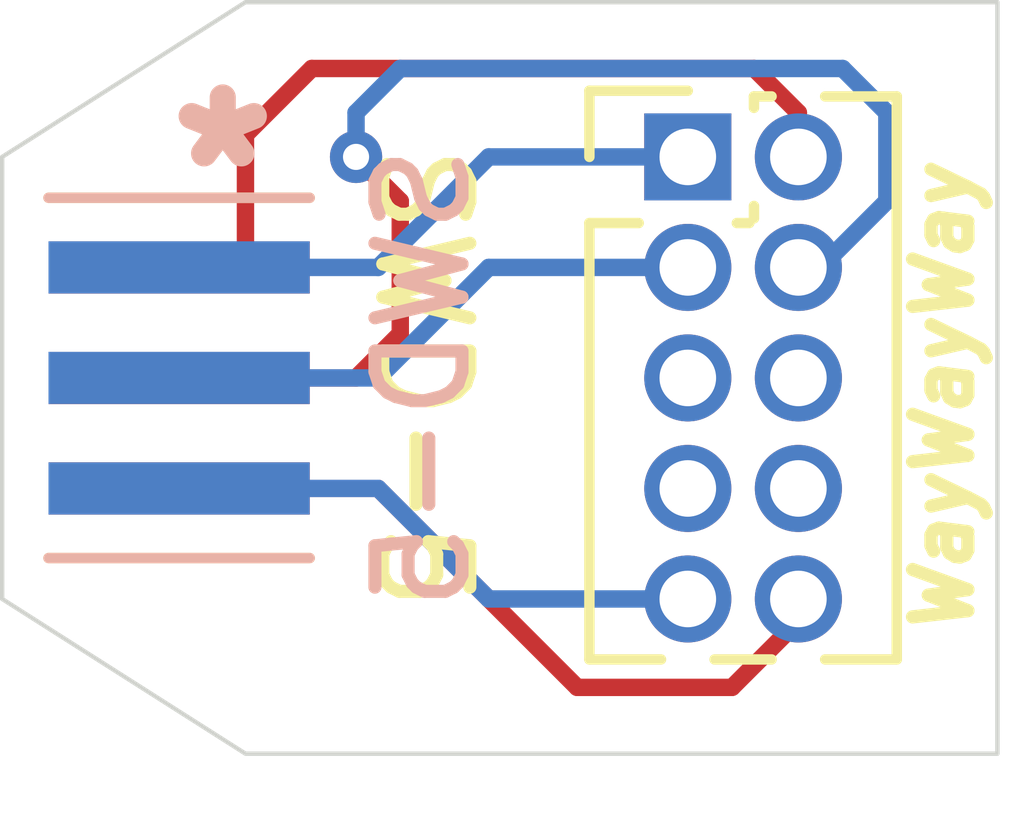
<source format=kicad_pcb>
(kicad_pcb (version 20240108) (generator "pcbnew") (generator_version "8.0")
  (layers (0 "F.Cu" signal) (31 "B.Cu" signal) (34 "B.Paste" user) (35 "F.Paste" user) (36 "B.SilkS" user "B.Silkscreen") (37 "F.SilkS" user "F.Silkscreen") (38 "B.Mask" user) (39 "F.Mask" user) (44 "Edge.Cuts" user))
  (net 0 "")
  (net 1 "/GND2")
  (net 2 "/VCC")
  (net 3 "/GND")
  (net 4 "/SWCLK")
  (net 5 "/SWDIO")
  (net 6 "/RST")
  (footprint "Secoh:conn_edge_hdr_pin_3_spc_1.27" (layer "F.Cu") (at 70.104 66.04 -90)
    (property "Reference" "J1-B1" (hide yes))
    (property "Value" "SWD-5" (at 0 -2.794 270) (layer "F.SilkS"))
    (fp_line (start -2.07 1.5) (end -2.07 -1.5) (stroke (width 0.12)) (layer "F.SilkS"))
    (fp_line (start 2.07 -1.5) (end 2.07 1.5) (stroke (width 0.12)) (layer "F.SilkS"))
    (pad "1" smd rect (at -1.27 0 270) (size 0.6 3) (layers "F.Cu" "F.Paste" "F.Mask") (net 5 "/SWDIO"))
    (pad "2" smd rect (at 0 0 270) (size 0.6 3) (layers "F.Cu" "F.Paste" "F.Mask") (net 4 "/SWCLK"))
    (pad "3" smd rect (at 1.27 0 270) (size 0.6 3) (layers "F.Cu" "F.Paste" "F.Mask") (net 6 "/RST"))
  )
  (footprint "Connector_PinHeader_1.27mm:PinHeader_2x05_P1.27mm_Vertical" (layer "F.Cu") (at 75.946 63.5)
    (property "Reference" "J2" (hide yes))
    (property "Value" "SWD-10")
    (fp_line (start -1.13 -0.76) (end 0 -0.76) (stroke (width 0.12)) (layer "F.SilkS"))
    (fp_line (start -1.13 0) (end -1.13 -0.76) (stroke (width 0.12)) (layer "F.SilkS"))
    (fp_line (start -1.13 0.76) (end -1.13 5.775) (stroke (width 0.12)) (layer "F.SilkS"))
    (fp_line (start -1.13 0.76) (end -0.563471 0.76) (stroke (width 0.12)) (layer "F.SilkS"))
    (fp_line (start -1.13 5.775) (end -0.30753 5.775) (stroke (width 0.12)) (layer "F.SilkS"))
    (fp_line (start 0.30753 5.775) (end 0.96247 5.775) (stroke (width 0.12)) (layer "F.SilkS"))
    (fp_line (start 0.563471 0.76) (end 0.706529 0.76) (stroke (width 0.12)) (layer "F.SilkS"))
    (fp_line (start 0.76 -0.695) (end 0.96247 -0.695) (stroke (width 0.12)) (layer "F.SilkS"))
    (fp_line (start 0.76 -0.563471) (end 0.76 -0.695) (stroke (width 0.12)) (layer "F.SilkS"))
    (fp_line (start 0.76 0.706529) (end 0.76 0.563471) (stroke (width 0.12)) (layer "F.SilkS"))
    (fp_line (start 1.57753 -0.695) (end 2.4 -0.695) (stroke (width 0.12)) (layer "F.SilkS"))
    (fp_line (start 1.57753 5.775) (end 2.4 5.775) (stroke (width 0.12)) (layer "F.SilkS"))
    (fp_line (start 2.4 -0.695) (end 2.4 5.775) (stroke (width 0.12)) (layer "F.SilkS"))
    (pad "1" thru_hole rect (at 0 0) (size 1 1) (drill 0.65) (layers "*.Cu" "*.Mask") (net 2 "/VCC"))
    (pad "2" thru_hole oval (at 1.27 0) (size 1 1) (drill 0.65) (layers "*.Cu" "*.Mask") (net 5 "/SWDIO"))
    (pad "3" thru_hole oval (at 0 1.27) (size 1 1) (drill 0.65) (layers "*.Cu" "*.Mask") (net 3 "/GND"))
    (pad "4" thru_hole oval (at 1.27 1.27) (size 1 1) (drill 0.65) (layers "*.Cu" "*.Mask") (net 4 "/SWCLK"))
    (pad "5" thru_hole oval (at 0 2.54) (size 1 1) (drill 0.65) (layers "*.Cu" "*.Mask"))
    (pad "6" thru_hole oval (at 1.27 2.54) (size 1 1) (drill 0.65) (layers "*.Cu" "*.Mask"))
    (pad "7" thru_hole oval (at 0 3.81) (size 1 1) (drill 0.65) (layers "*.Cu" "*.Mask"))
    (pad "8" thru_hole oval (at 1.27 3.81) (size 1 1) (drill 0.65) (layers "*.Cu" "*.Mask"))
    (pad "9" thru_hole oval (at 0 5.08) (size 1 1) (drill 0.65) (layers "*.Cu" "*.Mask") (net 1 "/GND2"))
    (pad "10" thru_hole oval (at 1.27 5.08) (size 1 1) (drill 0.65) (layers "*.Cu" "*.Mask") (net 6 "/RST"))
  )
  (footprint "Secoh:conn_edge_hdr_pin_3_spc_1.27" (layer "B.Cu") (at 70.104 66.04 -90)
    (property "Reference" "J1-A1" (hide yes))
    (property "Value" "SWD-5" (at 0 -2.794 90) (layer "B.SilkS") (effects (justify mirror)))
    (fp_line (start -2.07 1.5) (end -2.07 -1.5) (stroke (width 0.12)) (layer "B.SilkS"))
    (fp_line (start 2.07 -1.5) (end 2.07 1.5) (stroke (width 0.12)) (layer "B.SilkS"))
    (pad "1" smd rect (at -1.27 0 270) (size 0.6 3) (layers "B.Cu" "B.Paste" "B.Mask") (net 2 "/VCC"))
    (pad "2" smd rect (at 0 0 270) (size 0.6 3) (layers "B.Cu" "B.Paste" "B.Mask") (net 3 "/GND"))
    (pad "3" smd rect (at 1.27 0 270) (size 0.6 3) (layers "B.Cu" "B.Paste" "B.Mask") (net 1 "/GND2"))
  )
  (gr_poly (pts (xy 68.072 68.58) (xy 68.072 63.5) (xy 70.866 61.722) (xy 79.502 61.722) (xy 79.502 70.358) (xy 70.866 70.358)) (stroke (width 0.05)) (fill none) (layer "Edge.Cuts"))
  (gr_text "*" (at 71.374 64.516 0) (layer "B.SilkS") (effects (font (size 1.5 1.5) (thickness 0.3) (bold yes)) (justify left bottom mirror)))
  (gr_text "WayWayWay" (at 79.248 63.5 90) (layer "F.SilkS") (effects (font (size 0.635 0.635) (thickness 0.1524) (bold yes) (italic yes)) (justify right bottom)))
  (segment (start 70.104 67.31) (end 72.39 67.31) (width 0.2) (layer "B.Cu") (net 1))
  (segment (start 72.39 67.31) (end 73.66 68.58) (width 0.2) (layer "B.Cu") (net 1))
  (segment (start 73.66 68.58) (end 75.946 68.58) (width 0.2) (layer "B.Cu") (net 1))
  (segment (start 70.104 64.77) (end 72.39 64.77) (width 0.2) (layer "B.Cu") (net 2))
  (segment (start 72.39 64.77) (end 73.66 63.5) (width 0.2) (layer "B.Cu") (net 2))
  (segment (start 73.66 63.5) (end 75.946 63.5) (width 0.2) (layer "B.Cu") (net 2))
  (segment (start 73.66 64.77) (end 75.946 64.77) (width 0.2) (layer "B.Cu") (net 3))
  (segment (start 72.39 66.04) (end 73.66 64.77) (width 0.2) (layer "B.Cu") (net 3))
  (segment (start 70.104 66.04) (end 72.39 66.04) (width 0.2) (layer "B.Cu") (net 3))
  (segment (start 72.136 66.04) (end 70.104 66.04) (width 0.2) (layer "F.Cu") (net 4))
  (segment (start 72.136 63.5) (end 72.644 64.008) (width 0.2) (layer "F.Cu") (net 4))
  (segment (start 72.644 64.008) (end 72.644 65.532) (width 0.2) (layer "F.Cu") (net 4))
  (segment (start 72.644 65.532) (end 72.136 66.04) (width 0.2) (layer "F.Cu") (net 4))
  (via (at 72.136 63.5) (size 0.6) (drill 0.3) (layers "F.Cu" "B.Cu") (net 4))
  (segment (start 77.724 62.484) (end 78.232 62.992) (width 0.2) (layer "B.Cu") (net 4))
  (segment (start 78.232 62.992) (end 78.232 64.008) (width 0.2) (layer "B.Cu") (net 4))
  (segment (start 72.136 63.5) (end 72.136 62.992) (width 0.2) (layer "B.Cu") (net 4))
  (segment (start 78.232 64.008) (end 77.47 64.77) (width 0.2) (layer "B.Cu") (net 4))
  (segment (start 72.644 62.484) (end 77.724 62.484) (width 0.2) (layer "B.Cu") (net 4))
  (segment (start 77.47 64.77) (end 77.216 64.77) (width 0.2) (layer "B.Cu") (net 4))
  (segment (start 72.136 62.992) (end 72.644 62.484) (width 0.2) (layer "B.Cu") (net 4))
  (segment (start 70.866 63.246) (end 71.628 62.484) (width 0.2) (layer "F.Cu") (net 5))
  (segment (start 77.216 62.992) (end 77.216 63.5) (width 0.2) (layer "F.Cu") (net 5))
  (segment (start 71.628 62.484) (end 76.708 62.484) (width 0.2) (layer "F.Cu") (net 5))
  (segment (start 70.866 64.77) (end 70.866 63.246) (width 0.2) (layer "F.Cu") (net 5))
  (segment (start 76.708 62.484) (end 77.216 62.992) (width 0.2) (layer "F.Cu") (net 5))
  (segment (start 70.104 67.31) (end 72.39 67.31) (width 0.2) (layer "F.Cu") (net 6))
  (segment (start 72.39 67.31) (end 74.676 69.596) (width 0.2) (layer "F.Cu") (net 6))
  (segment (start 77.216 68.834) (end 77.216 68.58) (width 0.2) (layer "F.Cu") (net 6))
  (segment (start 76.454 69.596) (end 77.216 68.834) (width 0.2) (layer "F.Cu") (net 6))
  (segment (start 74.676 69.596) (end 76.454 69.596) (width 0.2) (layer "F.Cu") (net 6))
)
</source>
